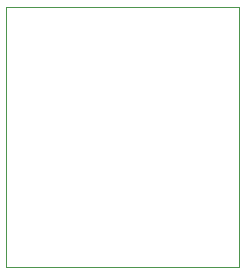
<source format=gm1>
G04 #@! TF.GenerationSoftware,KiCad,Pcbnew,6.0.8+dfsg-1~bpo11+1*
G04 #@! TF.CreationDate,2023-08-01T09:03:40-04:00*
G04 #@! TF.ProjectId,fpc_1x16_conn_breakout,6670635f-3178-4313-965f-636f6e6e5f62,rev?*
G04 #@! TF.SameCoordinates,Original*
G04 #@! TF.FileFunction,Profile,NP*
%FSLAX46Y46*%
G04 Gerber Fmt 4.6, Leading zero omitted, Abs format (unit mm)*
G04 Created by KiCad (PCBNEW 6.0.8+dfsg-1~bpo11+1) date 2023-08-01 09:03:40*
%MOMM*%
%LPD*%
G01*
G04 APERTURE LIST*
G04 #@! TA.AperFunction,Profile*
%ADD10C,0.100000*%
G04 #@! TD*
G04 APERTURE END LIST*
D10*
X162825000Y-98700000D02*
X182525000Y-98700000D01*
X182525000Y-98700000D02*
X182525000Y-76675000D01*
X182525000Y-76675000D02*
X162825000Y-76675000D01*
X162825000Y-76675000D02*
X162825000Y-98700000D01*
M02*

</source>
